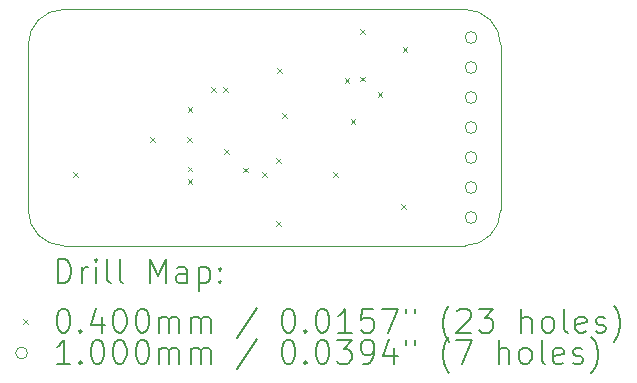
<source format=gbr>
%FSLAX45Y45*%
G04 Gerber Fmt 4.5, Leading zero omitted, Abs format (unit mm)*
G04 Created by KiCad (PCBNEW (6.0.0-0)) date 2022-11-25 09:41:26*
%MOMM*%
%LPD*%
G01*
G04 APERTURE LIST*
%TA.AperFunction,Profile*%
%ADD10C,0.100000*%
%TD*%
%ADD11C,0.200000*%
%ADD12C,0.040000*%
%ADD13C,0.100000*%
G04 APERTURE END LIST*
D10*
X12300000Y-8000000D02*
X15700000Y-8000000D01*
X12000000Y-9700000D02*
X12000000Y-8300000D01*
X15700000Y-10000000D02*
G75*
G03*
X16000000Y-9700000I0J300000D01*
G01*
X12000000Y-9700000D02*
G75*
G03*
X12300000Y-10000000I300000J0D01*
G01*
X16000000Y-8300000D02*
X16000000Y-9700000D01*
X15700000Y-10000000D02*
X12300000Y-10000000D01*
X12300000Y-8000000D02*
G75*
G03*
X12000000Y-8300000I0J-300000D01*
G01*
X16000000Y-8300000D02*
G75*
G03*
X15700000Y-8000000I-300000J0D01*
G01*
D11*
D12*
X12380000Y-9380000D02*
X12420000Y-9420000D01*
X12420000Y-9380000D02*
X12380000Y-9420000D01*
X13030000Y-9080000D02*
X13070000Y-9120000D01*
X13070000Y-9080000D02*
X13030000Y-9120000D01*
X13349000Y-9080000D02*
X13389000Y-9120000D01*
X13389000Y-9080000D02*
X13349000Y-9120000D01*
X13350000Y-8830000D02*
X13390000Y-8870000D01*
X13390000Y-8830000D02*
X13350000Y-8870000D01*
X13350000Y-9330000D02*
X13390000Y-9370000D01*
X13390000Y-9330000D02*
X13350000Y-9370000D01*
X13350000Y-9440000D02*
X13390000Y-9480000D01*
X13390000Y-9440000D02*
X13350000Y-9480000D01*
X13550000Y-8660000D02*
X13590000Y-8700000D01*
X13590000Y-8660000D02*
X13550000Y-8700000D01*
X13650000Y-8660000D02*
X13690000Y-8700000D01*
X13690000Y-8660000D02*
X13650000Y-8700000D01*
X13660000Y-9180000D02*
X13700000Y-9220000D01*
X13700000Y-9180000D02*
X13660000Y-9220000D01*
X13820000Y-9340000D02*
X13860000Y-9380000D01*
X13860000Y-9340000D02*
X13820000Y-9380000D01*
X13980000Y-9380000D02*
X14020000Y-9420000D01*
X14020000Y-9380000D02*
X13980000Y-9420000D01*
X14100000Y-9260000D02*
X14140000Y-9300000D01*
X14140000Y-9260000D02*
X14100000Y-9300000D01*
X14100000Y-9790000D02*
X14140000Y-9830000D01*
X14140000Y-9790000D02*
X14100000Y-9830000D01*
X14110000Y-8500000D02*
X14150000Y-8540000D01*
X14150000Y-8500000D02*
X14110000Y-8540000D01*
X14147550Y-8878770D02*
X14187550Y-8918770D01*
X14187550Y-8878770D02*
X14147550Y-8918770D01*
X14580000Y-9380000D02*
X14620000Y-9420000D01*
X14620000Y-9380000D02*
X14580000Y-9420000D01*
X14680000Y-8580000D02*
X14720000Y-8620000D01*
X14720000Y-8580000D02*
X14680000Y-8620000D01*
X14730000Y-8930000D02*
X14770000Y-8970000D01*
X14770000Y-8930000D02*
X14730000Y-8970000D01*
X14810000Y-8170000D02*
X14850000Y-8210000D01*
X14850000Y-8170000D02*
X14810000Y-8210000D01*
X14810000Y-8570000D02*
X14850000Y-8610000D01*
X14850000Y-8570000D02*
X14810000Y-8610000D01*
X14960000Y-8700000D02*
X15000000Y-8740000D01*
X15000000Y-8700000D02*
X14960000Y-8740000D01*
X15160000Y-9650000D02*
X15200000Y-9690000D01*
X15200000Y-9650000D02*
X15160000Y-9690000D01*
X15170000Y-8320000D02*
X15210000Y-8360000D01*
X15210000Y-8320000D02*
X15170000Y-8360000D01*
D13*
X15800000Y-8237500D02*
G75*
G03*
X15800000Y-8237500I-50000J0D01*
G01*
X15800000Y-8491500D02*
G75*
G03*
X15800000Y-8491500I-50000J0D01*
G01*
X15800000Y-8745500D02*
G75*
G03*
X15800000Y-8745500I-50000J0D01*
G01*
X15800000Y-8999500D02*
G75*
G03*
X15800000Y-8999500I-50000J0D01*
G01*
X15800000Y-9253500D02*
G75*
G03*
X15800000Y-9253500I-50000J0D01*
G01*
X15800000Y-9507500D02*
G75*
G03*
X15800000Y-9507500I-50000J0D01*
G01*
X15800000Y-9761500D02*
G75*
G03*
X15800000Y-9761500I-50000J0D01*
G01*
D11*
X12252619Y-10315476D02*
X12252619Y-10115476D01*
X12300238Y-10115476D01*
X12328809Y-10125000D01*
X12347857Y-10144048D01*
X12357381Y-10163095D01*
X12366905Y-10201190D01*
X12366905Y-10229762D01*
X12357381Y-10267857D01*
X12347857Y-10286905D01*
X12328809Y-10305952D01*
X12300238Y-10315476D01*
X12252619Y-10315476D01*
X12452619Y-10315476D02*
X12452619Y-10182143D01*
X12452619Y-10220238D02*
X12462143Y-10201190D01*
X12471667Y-10191667D01*
X12490714Y-10182143D01*
X12509762Y-10182143D01*
X12576428Y-10315476D02*
X12576428Y-10182143D01*
X12576428Y-10115476D02*
X12566905Y-10125000D01*
X12576428Y-10134524D01*
X12585952Y-10125000D01*
X12576428Y-10115476D01*
X12576428Y-10134524D01*
X12700238Y-10315476D02*
X12681190Y-10305952D01*
X12671667Y-10286905D01*
X12671667Y-10115476D01*
X12805000Y-10315476D02*
X12785952Y-10305952D01*
X12776428Y-10286905D01*
X12776428Y-10115476D01*
X13033571Y-10315476D02*
X13033571Y-10115476D01*
X13100238Y-10258333D01*
X13166905Y-10115476D01*
X13166905Y-10315476D01*
X13347857Y-10315476D02*
X13347857Y-10210714D01*
X13338333Y-10191667D01*
X13319286Y-10182143D01*
X13281190Y-10182143D01*
X13262143Y-10191667D01*
X13347857Y-10305952D02*
X13328809Y-10315476D01*
X13281190Y-10315476D01*
X13262143Y-10305952D01*
X13252619Y-10286905D01*
X13252619Y-10267857D01*
X13262143Y-10248810D01*
X13281190Y-10239286D01*
X13328809Y-10239286D01*
X13347857Y-10229762D01*
X13443095Y-10182143D02*
X13443095Y-10382143D01*
X13443095Y-10191667D02*
X13462143Y-10182143D01*
X13500238Y-10182143D01*
X13519286Y-10191667D01*
X13528809Y-10201190D01*
X13538333Y-10220238D01*
X13538333Y-10277381D01*
X13528809Y-10296429D01*
X13519286Y-10305952D01*
X13500238Y-10315476D01*
X13462143Y-10315476D01*
X13443095Y-10305952D01*
X13624048Y-10296429D02*
X13633571Y-10305952D01*
X13624048Y-10315476D01*
X13614524Y-10305952D01*
X13624048Y-10296429D01*
X13624048Y-10315476D01*
X13624048Y-10191667D02*
X13633571Y-10201190D01*
X13624048Y-10210714D01*
X13614524Y-10201190D01*
X13624048Y-10191667D01*
X13624048Y-10210714D01*
D12*
X11955000Y-10625000D02*
X11995000Y-10665000D01*
X11995000Y-10625000D02*
X11955000Y-10665000D01*
D11*
X12290714Y-10535476D02*
X12309762Y-10535476D01*
X12328809Y-10545000D01*
X12338333Y-10554524D01*
X12347857Y-10573571D01*
X12357381Y-10611667D01*
X12357381Y-10659286D01*
X12347857Y-10697381D01*
X12338333Y-10716429D01*
X12328809Y-10725952D01*
X12309762Y-10735476D01*
X12290714Y-10735476D01*
X12271667Y-10725952D01*
X12262143Y-10716429D01*
X12252619Y-10697381D01*
X12243095Y-10659286D01*
X12243095Y-10611667D01*
X12252619Y-10573571D01*
X12262143Y-10554524D01*
X12271667Y-10545000D01*
X12290714Y-10535476D01*
X12443095Y-10716429D02*
X12452619Y-10725952D01*
X12443095Y-10735476D01*
X12433571Y-10725952D01*
X12443095Y-10716429D01*
X12443095Y-10735476D01*
X12624048Y-10602143D02*
X12624048Y-10735476D01*
X12576428Y-10525952D02*
X12528809Y-10668810D01*
X12652619Y-10668810D01*
X12766905Y-10535476D02*
X12785952Y-10535476D01*
X12805000Y-10545000D01*
X12814524Y-10554524D01*
X12824048Y-10573571D01*
X12833571Y-10611667D01*
X12833571Y-10659286D01*
X12824048Y-10697381D01*
X12814524Y-10716429D01*
X12805000Y-10725952D01*
X12785952Y-10735476D01*
X12766905Y-10735476D01*
X12747857Y-10725952D01*
X12738333Y-10716429D01*
X12728809Y-10697381D01*
X12719286Y-10659286D01*
X12719286Y-10611667D01*
X12728809Y-10573571D01*
X12738333Y-10554524D01*
X12747857Y-10545000D01*
X12766905Y-10535476D01*
X12957381Y-10535476D02*
X12976428Y-10535476D01*
X12995476Y-10545000D01*
X13005000Y-10554524D01*
X13014524Y-10573571D01*
X13024048Y-10611667D01*
X13024048Y-10659286D01*
X13014524Y-10697381D01*
X13005000Y-10716429D01*
X12995476Y-10725952D01*
X12976428Y-10735476D01*
X12957381Y-10735476D01*
X12938333Y-10725952D01*
X12928809Y-10716429D01*
X12919286Y-10697381D01*
X12909762Y-10659286D01*
X12909762Y-10611667D01*
X12919286Y-10573571D01*
X12928809Y-10554524D01*
X12938333Y-10545000D01*
X12957381Y-10535476D01*
X13109762Y-10735476D02*
X13109762Y-10602143D01*
X13109762Y-10621190D02*
X13119286Y-10611667D01*
X13138333Y-10602143D01*
X13166905Y-10602143D01*
X13185952Y-10611667D01*
X13195476Y-10630714D01*
X13195476Y-10735476D01*
X13195476Y-10630714D02*
X13205000Y-10611667D01*
X13224048Y-10602143D01*
X13252619Y-10602143D01*
X13271667Y-10611667D01*
X13281190Y-10630714D01*
X13281190Y-10735476D01*
X13376428Y-10735476D02*
X13376428Y-10602143D01*
X13376428Y-10621190D02*
X13385952Y-10611667D01*
X13405000Y-10602143D01*
X13433571Y-10602143D01*
X13452619Y-10611667D01*
X13462143Y-10630714D01*
X13462143Y-10735476D01*
X13462143Y-10630714D02*
X13471667Y-10611667D01*
X13490714Y-10602143D01*
X13519286Y-10602143D01*
X13538333Y-10611667D01*
X13547857Y-10630714D01*
X13547857Y-10735476D01*
X13938333Y-10525952D02*
X13766905Y-10783095D01*
X14195476Y-10535476D02*
X14214524Y-10535476D01*
X14233571Y-10545000D01*
X14243095Y-10554524D01*
X14252619Y-10573571D01*
X14262143Y-10611667D01*
X14262143Y-10659286D01*
X14252619Y-10697381D01*
X14243095Y-10716429D01*
X14233571Y-10725952D01*
X14214524Y-10735476D01*
X14195476Y-10735476D01*
X14176428Y-10725952D01*
X14166905Y-10716429D01*
X14157381Y-10697381D01*
X14147857Y-10659286D01*
X14147857Y-10611667D01*
X14157381Y-10573571D01*
X14166905Y-10554524D01*
X14176428Y-10545000D01*
X14195476Y-10535476D01*
X14347857Y-10716429D02*
X14357381Y-10725952D01*
X14347857Y-10735476D01*
X14338333Y-10725952D01*
X14347857Y-10716429D01*
X14347857Y-10735476D01*
X14481190Y-10535476D02*
X14500238Y-10535476D01*
X14519286Y-10545000D01*
X14528809Y-10554524D01*
X14538333Y-10573571D01*
X14547857Y-10611667D01*
X14547857Y-10659286D01*
X14538333Y-10697381D01*
X14528809Y-10716429D01*
X14519286Y-10725952D01*
X14500238Y-10735476D01*
X14481190Y-10735476D01*
X14462143Y-10725952D01*
X14452619Y-10716429D01*
X14443095Y-10697381D01*
X14433571Y-10659286D01*
X14433571Y-10611667D01*
X14443095Y-10573571D01*
X14452619Y-10554524D01*
X14462143Y-10545000D01*
X14481190Y-10535476D01*
X14738333Y-10735476D02*
X14624048Y-10735476D01*
X14681190Y-10735476D02*
X14681190Y-10535476D01*
X14662143Y-10564048D01*
X14643095Y-10583095D01*
X14624048Y-10592619D01*
X14919286Y-10535476D02*
X14824048Y-10535476D01*
X14814524Y-10630714D01*
X14824048Y-10621190D01*
X14843095Y-10611667D01*
X14890714Y-10611667D01*
X14909762Y-10621190D01*
X14919286Y-10630714D01*
X14928809Y-10649762D01*
X14928809Y-10697381D01*
X14919286Y-10716429D01*
X14909762Y-10725952D01*
X14890714Y-10735476D01*
X14843095Y-10735476D01*
X14824048Y-10725952D01*
X14814524Y-10716429D01*
X14995476Y-10535476D02*
X15128809Y-10535476D01*
X15043095Y-10735476D01*
X15195476Y-10535476D02*
X15195476Y-10573571D01*
X15271667Y-10535476D02*
X15271667Y-10573571D01*
X15566905Y-10811667D02*
X15557381Y-10802143D01*
X15538333Y-10773571D01*
X15528809Y-10754524D01*
X15519286Y-10725952D01*
X15509762Y-10678333D01*
X15509762Y-10640238D01*
X15519286Y-10592619D01*
X15528809Y-10564048D01*
X15538333Y-10545000D01*
X15557381Y-10516429D01*
X15566905Y-10506905D01*
X15633571Y-10554524D02*
X15643095Y-10545000D01*
X15662143Y-10535476D01*
X15709762Y-10535476D01*
X15728809Y-10545000D01*
X15738333Y-10554524D01*
X15747857Y-10573571D01*
X15747857Y-10592619D01*
X15738333Y-10621190D01*
X15624048Y-10735476D01*
X15747857Y-10735476D01*
X15814524Y-10535476D02*
X15938333Y-10535476D01*
X15871667Y-10611667D01*
X15900238Y-10611667D01*
X15919286Y-10621190D01*
X15928809Y-10630714D01*
X15938333Y-10649762D01*
X15938333Y-10697381D01*
X15928809Y-10716429D01*
X15919286Y-10725952D01*
X15900238Y-10735476D01*
X15843095Y-10735476D01*
X15824048Y-10725952D01*
X15814524Y-10716429D01*
X16176428Y-10735476D02*
X16176428Y-10535476D01*
X16262143Y-10735476D02*
X16262143Y-10630714D01*
X16252619Y-10611667D01*
X16233571Y-10602143D01*
X16205000Y-10602143D01*
X16185952Y-10611667D01*
X16176428Y-10621190D01*
X16385952Y-10735476D02*
X16366905Y-10725952D01*
X16357381Y-10716429D01*
X16347857Y-10697381D01*
X16347857Y-10640238D01*
X16357381Y-10621190D01*
X16366905Y-10611667D01*
X16385952Y-10602143D01*
X16414524Y-10602143D01*
X16433571Y-10611667D01*
X16443095Y-10621190D01*
X16452619Y-10640238D01*
X16452619Y-10697381D01*
X16443095Y-10716429D01*
X16433571Y-10725952D01*
X16414524Y-10735476D01*
X16385952Y-10735476D01*
X16566905Y-10735476D02*
X16547857Y-10725952D01*
X16538333Y-10706905D01*
X16538333Y-10535476D01*
X16719286Y-10725952D02*
X16700238Y-10735476D01*
X16662143Y-10735476D01*
X16643095Y-10725952D01*
X16633571Y-10706905D01*
X16633571Y-10630714D01*
X16643095Y-10611667D01*
X16662143Y-10602143D01*
X16700238Y-10602143D01*
X16719286Y-10611667D01*
X16728809Y-10630714D01*
X16728809Y-10649762D01*
X16633571Y-10668810D01*
X16805000Y-10725952D02*
X16824048Y-10735476D01*
X16862143Y-10735476D01*
X16881190Y-10725952D01*
X16890714Y-10706905D01*
X16890714Y-10697381D01*
X16881190Y-10678333D01*
X16862143Y-10668810D01*
X16833571Y-10668810D01*
X16814524Y-10659286D01*
X16805000Y-10640238D01*
X16805000Y-10630714D01*
X16814524Y-10611667D01*
X16833571Y-10602143D01*
X16862143Y-10602143D01*
X16881190Y-10611667D01*
X16957381Y-10811667D02*
X16966905Y-10802143D01*
X16985952Y-10773571D01*
X16995476Y-10754524D01*
X17005000Y-10725952D01*
X17014524Y-10678333D01*
X17014524Y-10640238D01*
X17005000Y-10592619D01*
X16995476Y-10564048D01*
X16985952Y-10545000D01*
X16966905Y-10516429D01*
X16957381Y-10506905D01*
D13*
X11995000Y-10909000D02*
G75*
G03*
X11995000Y-10909000I-50000J0D01*
G01*
D11*
X12357381Y-10999476D02*
X12243095Y-10999476D01*
X12300238Y-10999476D02*
X12300238Y-10799476D01*
X12281190Y-10828048D01*
X12262143Y-10847095D01*
X12243095Y-10856619D01*
X12443095Y-10980429D02*
X12452619Y-10989952D01*
X12443095Y-10999476D01*
X12433571Y-10989952D01*
X12443095Y-10980429D01*
X12443095Y-10999476D01*
X12576428Y-10799476D02*
X12595476Y-10799476D01*
X12614524Y-10809000D01*
X12624048Y-10818524D01*
X12633571Y-10837571D01*
X12643095Y-10875667D01*
X12643095Y-10923286D01*
X12633571Y-10961381D01*
X12624048Y-10980429D01*
X12614524Y-10989952D01*
X12595476Y-10999476D01*
X12576428Y-10999476D01*
X12557381Y-10989952D01*
X12547857Y-10980429D01*
X12538333Y-10961381D01*
X12528809Y-10923286D01*
X12528809Y-10875667D01*
X12538333Y-10837571D01*
X12547857Y-10818524D01*
X12557381Y-10809000D01*
X12576428Y-10799476D01*
X12766905Y-10799476D02*
X12785952Y-10799476D01*
X12805000Y-10809000D01*
X12814524Y-10818524D01*
X12824048Y-10837571D01*
X12833571Y-10875667D01*
X12833571Y-10923286D01*
X12824048Y-10961381D01*
X12814524Y-10980429D01*
X12805000Y-10989952D01*
X12785952Y-10999476D01*
X12766905Y-10999476D01*
X12747857Y-10989952D01*
X12738333Y-10980429D01*
X12728809Y-10961381D01*
X12719286Y-10923286D01*
X12719286Y-10875667D01*
X12728809Y-10837571D01*
X12738333Y-10818524D01*
X12747857Y-10809000D01*
X12766905Y-10799476D01*
X12957381Y-10799476D02*
X12976428Y-10799476D01*
X12995476Y-10809000D01*
X13005000Y-10818524D01*
X13014524Y-10837571D01*
X13024048Y-10875667D01*
X13024048Y-10923286D01*
X13014524Y-10961381D01*
X13005000Y-10980429D01*
X12995476Y-10989952D01*
X12976428Y-10999476D01*
X12957381Y-10999476D01*
X12938333Y-10989952D01*
X12928809Y-10980429D01*
X12919286Y-10961381D01*
X12909762Y-10923286D01*
X12909762Y-10875667D01*
X12919286Y-10837571D01*
X12928809Y-10818524D01*
X12938333Y-10809000D01*
X12957381Y-10799476D01*
X13109762Y-10999476D02*
X13109762Y-10866143D01*
X13109762Y-10885190D02*
X13119286Y-10875667D01*
X13138333Y-10866143D01*
X13166905Y-10866143D01*
X13185952Y-10875667D01*
X13195476Y-10894714D01*
X13195476Y-10999476D01*
X13195476Y-10894714D02*
X13205000Y-10875667D01*
X13224048Y-10866143D01*
X13252619Y-10866143D01*
X13271667Y-10875667D01*
X13281190Y-10894714D01*
X13281190Y-10999476D01*
X13376428Y-10999476D02*
X13376428Y-10866143D01*
X13376428Y-10885190D02*
X13385952Y-10875667D01*
X13405000Y-10866143D01*
X13433571Y-10866143D01*
X13452619Y-10875667D01*
X13462143Y-10894714D01*
X13462143Y-10999476D01*
X13462143Y-10894714D02*
X13471667Y-10875667D01*
X13490714Y-10866143D01*
X13519286Y-10866143D01*
X13538333Y-10875667D01*
X13547857Y-10894714D01*
X13547857Y-10999476D01*
X13938333Y-10789952D02*
X13766905Y-11047095D01*
X14195476Y-10799476D02*
X14214524Y-10799476D01*
X14233571Y-10809000D01*
X14243095Y-10818524D01*
X14252619Y-10837571D01*
X14262143Y-10875667D01*
X14262143Y-10923286D01*
X14252619Y-10961381D01*
X14243095Y-10980429D01*
X14233571Y-10989952D01*
X14214524Y-10999476D01*
X14195476Y-10999476D01*
X14176428Y-10989952D01*
X14166905Y-10980429D01*
X14157381Y-10961381D01*
X14147857Y-10923286D01*
X14147857Y-10875667D01*
X14157381Y-10837571D01*
X14166905Y-10818524D01*
X14176428Y-10809000D01*
X14195476Y-10799476D01*
X14347857Y-10980429D02*
X14357381Y-10989952D01*
X14347857Y-10999476D01*
X14338333Y-10989952D01*
X14347857Y-10980429D01*
X14347857Y-10999476D01*
X14481190Y-10799476D02*
X14500238Y-10799476D01*
X14519286Y-10809000D01*
X14528809Y-10818524D01*
X14538333Y-10837571D01*
X14547857Y-10875667D01*
X14547857Y-10923286D01*
X14538333Y-10961381D01*
X14528809Y-10980429D01*
X14519286Y-10989952D01*
X14500238Y-10999476D01*
X14481190Y-10999476D01*
X14462143Y-10989952D01*
X14452619Y-10980429D01*
X14443095Y-10961381D01*
X14433571Y-10923286D01*
X14433571Y-10875667D01*
X14443095Y-10837571D01*
X14452619Y-10818524D01*
X14462143Y-10809000D01*
X14481190Y-10799476D01*
X14614524Y-10799476D02*
X14738333Y-10799476D01*
X14671667Y-10875667D01*
X14700238Y-10875667D01*
X14719286Y-10885190D01*
X14728809Y-10894714D01*
X14738333Y-10913762D01*
X14738333Y-10961381D01*
X14728809Y-10980429D01*
X14719286Y-10989952D01*
X14700238Y-10999476D01*
X14643095Y-10999476D01*
X14624048Y-10989952D01*
X14614524Y-10980429D01*
X14833571Y-10999476D02*
X14871667Y-10999476D01*
X14890714Y-10989952D01*
X14900238Y-10980429D01*
X14919286Y-10951857D01*
X14928809Y-10913762D01*
X14928809Y-10837571D01*
X14919286Y-10818524D01*
X14909762Y-10809000D01*
X14890714Y-10799476D01*
X14852619Y-10799476D01*
X14833571Y-10809000D01*
X14824048Y-10818524D01*
X14814524Y-10837571D01*
X14814524Y-10885190D01*
X14824048Y-10904238D01*
X14833571Y-10913762D01*
X14852619Y-10923286D01*
X14890714Y-10923286D01*
X14909762Y-10913762D01*
X14919286Y-10904238D01*
X14928809Y-10885190D01*
X15100238Y-10866143D02*
X15100238Y-10999476D01*
X15052619Y-10789952D02*
X15005000Y-10932810D01*
X15128809Y-10932810D01*
X15195476Y-10799476D02*
X15195476Y-10837571D01*
X15271667Y-10799476D02*
X15271667Y-10837571D01*
X15566905Y-11075667D02*
X15557381Y-11066143D01*
X15538333Y-11037571D01*
X15528809Y-11018524D01*
X15519286Y-10989952D01*
X15509762Y-10942333D01*
X15509762Y-10904238D01*
X15519286Y-10856619D01*
X15528809Y-10828048D01*
X15538333Y-10809000D01*
X15557381Y-10780429D01*
X15566905Y-10770905D01*
X15624048Y-10799476D02*
X15757381Y-10799476D01*
X15671667Y-10999476D01*
X15985952Y-10999476D02*
X15985952Y-10799476D01*
X16071667Y-10999476D02*
X16071667Y-10894714D01*
X16062143Y-10875667D01*
X16043095Y-10866143D01*
X16014524Y-10866143D01*
X15995476Y-10875667D01*
X15985952Y-10885190D01*
X16195476Y-10999476D02*
X16176428Y-10989952D01*
X16166905Y-10980429D01*
X16157381Y-10961381D01*
X16157381Y-10904238D01*
X16166905Y-10885190D01*
X16176428Y-10875667D01*
X16195476Y-10866143D01*
X16224048Y-10866143D01*
X16243095Y-10875667D01*
X16252619Y-10885190D01*
X16262143Y-10904238D01*
X16262143Y-10961381D01*
X16252619Y-10980429D01*
X16243095Y-10989952D01*
X16224048Y-10999476D01*
X16195476Y-10999476D01*
X16376428Y-10999476D02*
X16357381Y-10989952D01*
X16347857Y-10970905D01*
X16347857Y-10799476D01*
X16528809Y-10989952D02*
X16509762Y-10999476D01*
X16471667Y-10999476D01*
X16452619Y-10989952D01*
X16443095Y-10970905D01*
X16443095Y-10894714D01*
X16452619Y-10875667D01*
X16471667Y-10866143D01*
X16509762Y-10866143D01*
X16528809Y-10875667D01*
X16538333Y-10894714D01*
X16538333Y-10913762D01*
X16443095Y-10932810D01*
X16614524Y-10989952D02*
X16633571Y-10999476D01*
X16671667Y-10999476D01*
X16690714Y-10989952D01*
X16700238Y-10970905D01*
X16700238Y-10961381D01*
X16690714Y-10942333D01*
X16671667Y-10932810D01*
X16643095Y-10932810D01*
X16624048Y-10923286D01*
X16614524Y-10904238D01*
X16614524Y-10894714D01*
X16624048Y-10875667D01*
X16643095Y-10866143D01*
X16671667Y-10866143D01*
X16690714Y-10875667D01*
X16766905Y-11075667D02*
X16776428Y-11066143D01*
X16795476Y-11037571D01*
X16805000Y-11018524D01*
X16814524Y-10989952D01*
X16824048Y-10942333D01*
X16824048Y-10904238D01*
X16814524Y-10856619D01*
X16805000Y-10828048D01*
X16795476Y-10809000D01*
X16776428Y-10780429D01*
X16766905Y-10770905D01*
M02*

</source>
